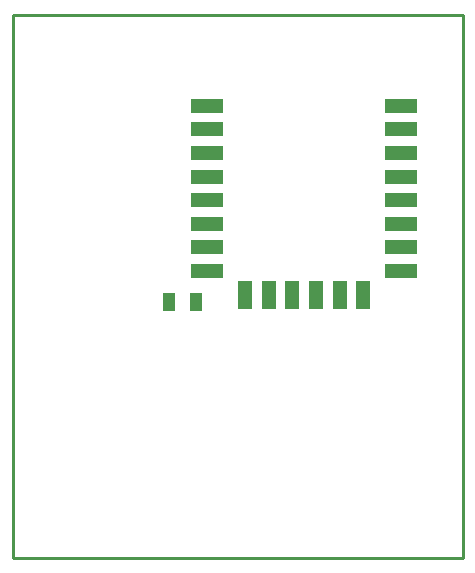
<source format=gbp>
%FSLAX25Y25*%
%MOIN*%
G70*
G01*
G75*
G04 Layer_Color=128*
%ADD10R,0.05906X0.03937*%
%ADD11R,0.03937X0.05906*%
%ADD12R,0.11024X0.07874*%
%ADD13R,0.05512X0.07087*%
%ADD14R,0.07874X0.14961*%
%ADD15R,0.10000X0.20000*%
%ADD16R,0.01700X0.06600*%
%ADD17R,0.15748X0.07874*%
%ADD18R,0.10000X0.03000*%
%ADD19R,0.09000X0.15000*%
%ADD20R,0.08465X0.05000*%
%ADD21R,0.03500X0.05000*%
%ADD22R,0.04200X0.02600*%
%ADD23R,0.05512X0.06299*%
%ADD24R,0.09449X0.06299*%
%ADD25C,0.02000*%
%ADD26C,0.05000*%
%ADD27C,0.06000*%
%ADD28C,0.04500*%
%ADD29C,0.05500*%
%ADD30C,0.01500*%
%ADD31C,0.03000*%
%ADD32C,0.04000*%
%ADD33C,0.02500*%
%ADD34C,0.01000*%
%ADD35R,0.08000X0.04428*%
%ADD36R,0.07572X0.06428*%
%ADD37R,0.06500X0.08500*%
%ADD38R,0.04500X0.03500*%
%ADD39R,0.04000X0.12000*%
%ADD40R,0.04700X0.09400*%
%ADD41R,0.10000X0.05200*%
%ADD42R,0.15100X0.28000*%
%ADD43R,0.08000X0.06500*%
%ADD44R,0.07500X0.03500*%
%ADD45C,0.07874*%
%ADD46C,0.13780*%
%ADD47C,0.10000*%
%ADD48C,0.04000*%
%ADD49C,0.07000*%
%ADD50C,0.05000*%
%ADD51R,0.04724X0.09449*%
%ADD52R,0.11024X0.04724*%
%ADD53R,0.23500X0.29000*%
%ADD54C,0.00394*%
%ADD55C,0.00200*%
%ADD56C,0.00300*%
%ADD57C,0.00197*%
%ADD58C,0.00500*%
%ADD59C,0.00787*%
%ADD60C,0.00050*%
%ADD61C,0.00800*%
%ADD62R,0.02100X0.06299*%
%ADD63R,0.06000X0.16929*%
%ADD64R,0.02100X0.06299*%
%ADD65R,0.02300X0.06299*%
%ADD66R,0.06906X0.04937*%
%ADD67R,0.04937X0.06906*%
%ADD68R,0.12024X0.08874*%
%ADD69R,0.06512X0.08087*%
%ADD70R,0.08874X0.15961*%
%ADD71R,0.11000X0.21000*%
%ADD72R,0.02700X0.07600*%
%ADD73R,0.16748X0.08874*%
%ADD74R,0.11000X0.04000*%
%ADD75R,0.10000X0.16000*%
%ADD76R,0.09465X0.06000*%
%ADD77R,0.04500X0.06000*%
%ADD78R,0.05200X0.03600*%
%ADD79R,0.06512X0.07299*%
%ADD80R,0.10449X0.07299*%
%ADD81C,0.08874*%
%ADD82C,0.14779*%
%ADD83C,0.11000*%
%ADD84C,0.08000*%
%ADD85C,0.06000*%
%ADD86R,0.05724X0.10449*%
%ADD87R,0.12024X0.05724*%
D11*
X50600Y75200D02*
D03*
X41600D02*
D03*
D34*
X139500Y-10000D02*
Y171000D01*
X-10500Y-10000D02*
X139500D01*
X-10500Y171000D02*
X139500D01*
X-10500Y-10000D02*
Y171000D01*
D51*
X66919Y77708D02*
D03*
X74793D02*
D03*
X82667D02*
D03*
X90541D02*
D03*
X98415D02*
D03*
X106289D02*
D03*
D52*
X118887Y85582D02*
D03*
Y93456D02*
D03*
Y101330D02*
D03*
Y109204D02*
D03*
Y117078D02*
D03*
Y124952D02*
D03*
Y132826D02*
D03*
Y140700D02*
D03*
X54321D02*
D03*
Y132826D02*
D03*
Y124952D02*
D03*
Y117078D02*
D03*
Y109204D02*
D03*
Y101330D02*
D03*
Y93456D02*
D03*
Y85582D02*
D03*
M02*

</source>
